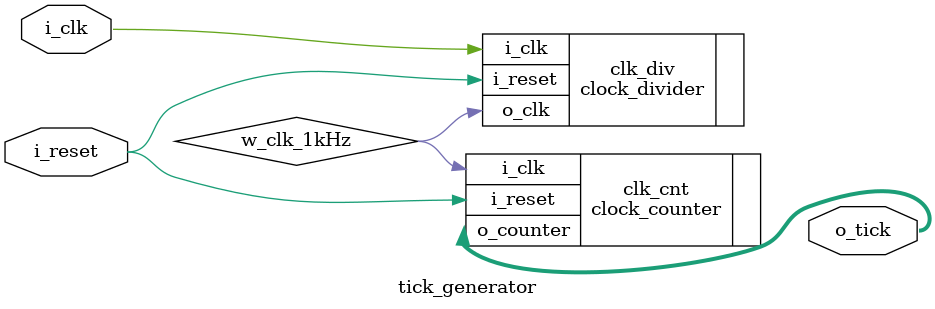
<source format=v>
`timescale 1ns / 1ps


module tick_generator(
    input i_clk, i_reset,
    output [31:0] o_tick
    );

    wire w_clk_1kHz;

    clock_divider clk_div(
    .i_clk(i_clk),
    .i_reset(i_reset),
    .o_clk(w_clk_1kHz)
    );

    clock_counter clk_cnt(
    .i_clk(w_clk_1kHz),
    .i_reset(i_reset),
    .o_counter(o_tick)
    );
endmodule

</source>
